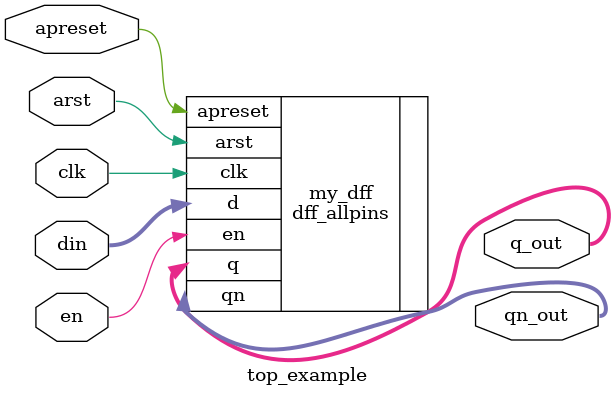
<source format=v>
module top_example (
    input  wire       clk,
    input  wire       arst,
    input  wire       apreset,
    input  wire       en,
    input  wire [7:0] din,
    output wire [7:0] q_out,
    output wire [7:0] qn_out
);

    dff_allpins #(.WIDTH(8)) my_dff (
        .clk(clk),
        .arst(arst),
        .apreset(apreset),
        .en(en),
        .d(din),
        .q(q_out),
        .qn(qn_out)
    );

endmodule
</source>
